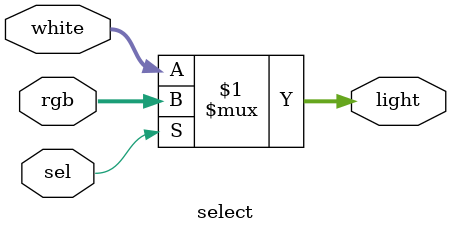
<source format=v>

`timescale 1ns / 100ps

module select(
    //Todo: define inputs here
	input [23:0] rgb,
	input [23:0] white,
	input sel,
	output [23:0] light
    	);
    
    //Todo: define registers and wires here
	wire [23:0] light;

    //Todo: define your logic here  

	//delay by 5 ticks 
	assign #5 light = (sel)? rgb : white;
endmodule

</source>
